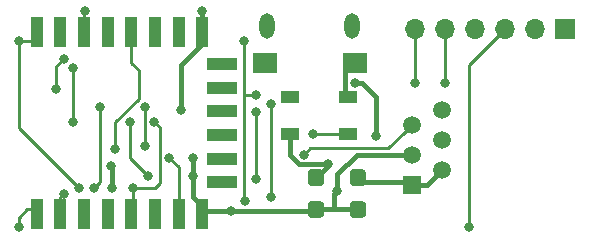
<source format=gbr>
%TF.GenerationSoftware,KiCad,Pcbnew,(5.1.9-0-10_14)*%
%TF.CreationDate,2021-03-01T21:27:09+01:00*%
%TF.ProjectId,P1_wifi,50315f77-6966-4692-9e6b-696361645f70,rev?*%
%TF.SameCoordinates,Original*%
%TF.FileFunction,Copper,L2,Bot*%
%TF.FilePolarity,Positive*%
%FSLAX46Y46*%
G04 Gerber Fmt 4.6, Leading zero omitted, Abs format (unit mm)*
G04 Created by KiCad (PCBNEW (5.1.9-0-10_14)) date 2021-03-01 21:27:09*
%MOMM*%
%LPD*%
G01*
G04 APERTURE LIST*
%TA.AperFunction,SMDPad,CuDef*%
%ADD10R,1.500000X1.000000*%
%TD*%
%TA.AperFunction,SMDPad,CuDef*%
%ADD11R,1.100000X2.500000*%
%TD*%
%TA.AperFunction,SMDPad,CuDef*%
%ADD12R,2.500000X1.100000*%
%TD*%
%TA.AperFunction,ComponentPad*%
%ADD13O,1.700000X1.700000*%
%TD*%
%TA.AperFunction,ComponentPad*%
%ADD14R,1.700000X1.700000*%
%TD*%
%TA.AperFunction,ComponentPad*%
%ADD15O,1.300000X2.150000*%
%TD*%
%TA.AperFunction,ComponentPad*%
%ADD16R,2.000000X1.800000*%
%TD*%
%TA.AperFunction,ComponentPad*%
%ADD17R,1.520000X1.520000*%
%TD*%
%TA.AperFunction,ComponentPad*%
%ADD18C,1.520000*%
%TD*%
%TA.AperFunction,ViaPad*%
%ADD19C,0.812800*%
%TD*%
%TA.AperFunction,Conductor*%
%ADD20C,0.406400*%
%TD*%
%TA.AperFunction,Conductor*%
%ADD21C,0.254000*%
%TD*%
G04 APERTURE END LIST*
D10*
%TO.P,D1,1*%
%TO.N,+3V3*%
X30316000Y9068000D03*
%TO.P,D1,2*%
%TO.N,Net-(D1-Pad2)*%
X30316000Y12268000D03*
%TO.P,D1,4*%
%TO.N,LED_DIN*%
X35216000Y9068000D03*
%TO.P,D1,3*%
%TO.N,GND*%
X35216000Y12268000D03*
%TD*%
D11*
%TO.P,U1,1*%
%TO.N,RST*%
X8890000Y17718000D03*
%TO.P,U1,2*%
%TO.N,Net-(U1-Pad2)*%
X10890000Y17718000D03*
%TO.P,U1,3*%
%TO.N,Net-(R3-Pad1)*%
X12890000Y17718000D03*
%TO.P,U1,4*%
%TO.N,Net-(U1-Pad4)*%
X14890000Y17718000D03*
%TO.P,U1,5*%
%TO.N,LED_DIN*%
X16890000Y17718000D03*
%TO.P,U1,6*%
%TO.N,Net-(U1-Pad6)*%
X18890000Y17718000D03*
%TO.P,U1,7*%
%TO.N,Net-(U1-Pad7)*%
X20890000Y17718000D03*
%TO.P,U1,8*%
%TO.N,+3V3*%
X22890000Y17718000D03*
%TO.P,U1,9*%
%TO.N,GND*%
X22890000Y2318000D03*
%TO.P,U1,10*%
%TO.N,Net-(R8-Pad2)*%
X20890000Y2318000D03*
%TO.P,U1,11*%
%TO.N,Net-(U1-Pad11)*%
X18890000Y2318000D03*
%TO.P,U1,12*%
%TO.N,GPIO0*%
X16890000Y2318000D03*
%TO.P,U1,13*%
%TO.N,Net-(U1-Pad13)*%
X14890000Y2318000D03*
%TO.P,U1,14*%
%TO.N,Net-(U1-Pad14)*%
X12890000Y2318000D03*
%TO.P,U1,15*%
%TO.N,RX*%
X10890000Y2318000D03*
%TO.P,U1,16*%
%TO.N,TX*%
X8890000Y2318000D03*
D12*
%TO.P,U1,17*%
%TO.N,Net-(U1-Pad17)*%
X24590000Y15028000D03*
%TO.P,U1,18*%
%TO.N,Net-(U1-Pad18)*%
X24590000Y13028000D03*
%TO.P,U1,19*%
%TO.N,Net-(U1-Pad19)*%
X24590000Y11028000D03*
%TO.P,U1,20*%
%TO.N,Net-(U1-Pad20)*%
X24590000Y9028000D03*
%TO.P,U1,21*%
%TO.N,Net-(U1-Pad21)*%
X24590000Y7028000D03*
%TO.P,U1,22*%
%TO.N,Net-(U1-Pad22)*%
X24590000Y5028000D03*
%TD*%
D13*
%TO.P,J3,6*%
%TO.N,RTS*%
X40894000Y18034000D03*
%TO.P,J3,5*%
%TO.N,DTR*%
X43434000Y18034000D03*
%TO.P,J3,4*%
%TO.N,RX*%
X45974000Y18034000D03*
%TO.P,J3,3*%
%TO.N,TX*%
X48514000Y18034000D03*
%TO.P,J3,2*%
%TO.N,GND*%
X51054000Y18034000D03*
D14*
%TO.P,J3,1*%
%TO.N,+3V3*%
X53594000Y18034000D03*
%TD*%
D15*
%TO.P,J2,SH*%
%TO.N,GND*%
X28404000Y18288000D03*
D16*
X28204000Y15128000D03*
D15*
X35604000Y18288000D03*
D16*
X35804000Y15128000D03*
%TD*%
D17*
%TO.P,J1,1*%
%TO.N,+5V*%
X40640000Y4826000D03*
D18*
%TO.P,J1,2*%
X43180000Y6096000D03*
%TO.P,J1,3*%
%TO.N,GND*%
X40640000Y7366000D03*
%TO.P,J1,4*%
%TO.N,Net-(J1-Pad4)*%
X43180000Y8636000D03*
%TO.P,J1,5*%
%TO.N,DATA*%
X40640000Y9906000D03*
%TO.P,J1,6*%
%TO.N,GND*%
X43180000Y11176000D03*
%TD*%
%TO.P,10uF2,2*%
%TO.N,GND*%
%TA.AperFunction,SMDPad,CuDef*%
G36*
G01*
X32086999Y3414000D02*
X32937001Y3414000D01*
G75*
G02*
X33187000Y3164001I0J-249999D01*
G01*
X33187000Y2263999D01*
G75*
G02*
X32937001Y2014000I-249999J0D01*
G01*
X32086999Y2014000D01*
G75*
G02*
X31837000Y2263999I0J249999D01*
G01*
X31837000Y3164001D01*
G75*
G02*
X32086999Y3414000I249999J0D01*
G01*
G37*
%TD.AperFunction*%
%TO.P,10uF2,1*%
%TO.N,+3V3*%
%TA.AperFunction,SMDPad,CuDef*%
G36*
G01*
X32086999Y6114000D02*
X32937001Y6114000D01*
G75*
G02*
X33187000Y5864001I0J-249999D01*
G01*
X33187000Y4963999D01*
G75*
G02*
X32937001Y4714000I-249999J0D01*
G01*
X32086999Y4714000D01*
G75*
G02*
X31837000Y4963999I0J249999D01*
G01*
X31837000Y5864001D01*
G75*
G02*
X32086999Y6114000I249999J0D01*
G01*
G37*
%TD.AperFunction*%
%TD*%
%TO.P,10uF1,2*%
%TO.N,GND*%
%TA.AperFunction,SMDPad,CuDef*%
G36*
G01*
X35642999Y3414000D02*
X36493001Y3414000D01*
G75*
G02*
X36743000Y3164001I0J-249999D01*
G01*
X36743000Y2263999D01*
G75*
G02*
X36493001Y2014000I-249999J0D01*
G01*
X35642999Y2014000D01*
G75*
G02*
X35393000Y2263999I0J249999D01*
G01*
X35393000Y3164001D01*
G75*
G02*
X35642999Y3414000I249999J0D01*
G01*
G37*
%TD.AperFunction*%
%TO.P,10uF1,1*%
%TO.N,+5V*%
%TA.AperFunction,SMDPad,CuDef*%
G36*
G01*
X35642999Y6114000D02*
X36493001Y6114000D01*
G75*
G02*
X36743000Y5864001I0J-249999D01*
G01*
X36743000Y4963999D01*
G75*
G02*
X36493001Y4714000I-249999J0D01*
G01*
X35642999Y4714000D01*
G75*
G02*
X35393000Y4963999I0J249999D01*
G01*
X35393000Y5864001D01*
G75*
G02*
X35642999Y6114000I249999J0D01*
G01*
G37*
%TD.AperFunction*%
%TD*%
D19*
%TO.N,GND*%
X34340822Y4318000D03*
X15240000Y4572000D03*
X15165599Y6375400D03*
X25340644Y2599356D03*
X22098000Y7111998D03*
X22098000Y5588000D03*
%TO.N,+5V*%
X35814000Y13462000D03*
X37606001Y8904001D03*
%TO.N,+3V3*%
X21081997Y11176003D03*
X33527986Y6604000D03*
X22860000Y19558000D03*
%TO.N,DATA*%
X18034000Y11430000D03*
X31496000Y7366000D03*
X18034000Y8128000D03*
%TO.N,RTS*%
X14224000Y11430000D03*
X40894000Y13462000D03*
X28702000Y11684006D03*
X28701998Y3810000D03*
X13715978Y4572000D03*
%TO.N,DTR*%
X16764000Y10160000D03*
X27432000Y5334000D03*
X43433992Y13462000D03*
X27432000Y10972810D03*
X18288002Y5588002D03*
%TO.N,RX*%
X26416000Y17018000D03*
X11176006Y4064000D03*
X27432000Y12446000D03*
X26505068Y3412157D03*
%TO.N,TX*%
X45466000Y1270000D03*
X7366000Y1270000D03*
%TO.N,Net-(Q2-Pad1)*%
X10528508Y12951559D03*
X11176000Y15494000D03*
%TO.N,RST*%
X12446000Y4572000D03*
X7366000Y17018000D03*
%TO.N,Net-(Q3-Pad1)*%
X11938000Y10160000D03*
X11938000Y14732000D03*
%TO.N,GPIO0*%
X18796000Y10160000D03*
X17018000Y4572000D03*
%TO.N,Net-(R3-Pad1)*%
X12953995Y19558001D03*
%TO.N,Net-(R8-Pad2)*%
X20091557Y7112167D03*
%TO.N,LED_DIN*%
X32258000Y9144000D03*
X15494000Y7874000D03*
%TD*%
D20*
%TO.N,GND*%
X36068000Y2714000D02*
X34036000Y2714000D01*
X32512000Y2714000D02*
X34036000Y2714000D01*
X34340822Y5705858D02*
X34340822Y4318000D01*
X34036000Y2714000D02*
X34036000Y4013178D01*
X36000964Y7366000D02*
X34340822Y5705858D01*
X34036000Y4013178D02*
X34340822Y4318000D01*
X40640000Y7366000D02*
X36000964Y7366000D01*
X35001199Y14525199D02*
X35604000Y15128000D01*
X35001199Y12482801D02*
X35001199Y14525199D01*
X35216000Y12268000D02*
X35001199Y12482801D01*
X15240000Y6300999D02*
X15165599Y6375400D01*
X15240000Y4572000D02*
X15240000Y6300999D01*
X32512000Y2714000D02*
X32397356Y2599356D01*
X32397356Y2599356D02*
X25340644Y2599356D01*
X22098000Y3810000D02*
X22098000Y5588000D01*
X22098000Y7111998D02*
X22098000Y5588000D01*
X25340644Y2599356D02*
X23308644Y2599356D01*
X23308644Y2599356D02*
X22098000Y3810000D01*
%TO.N,+5V*%
X36402000Y5080000D02*
X36068000Y5414000D01*
X40386000Y5080000D02*
X36402000Y5080000D01*
X40640000Y4826000D02*
X40386000Y5080000D01*
X41910000Y4826000D02*
X43180000Y6096000D01*
X40640000Y4826000D02*
X41910000Y4826000D01*
X37606001Y12244735D02*
X37606001Y8904001D01*
X35814000Y13462000D02*
X36388736Y13462000D01*
X36388736Y13462000D02*
X37606001Y12244735D01*
%TO.N,+3V3*%
X22890000Y16764000D02*
X22860000Y16794000D01*
X22860000Y16794000D02*
X22860000Y19558000D01*
X21081997Y14955997D02*
X21081997Y11750739D01*
X22890000Y16764000D02*
X21081997Y14955997D01*
X21081997Y11750739D02*
X21081997Y11176003D01*
X32512000Y5414000D02*
X33527986Y6429986D01*
X33527986Y6429986D02*
X33527986Y6604000D01*
X33477185Y6553199D02*
X33527986Y6604000D01*
X31105855Y6553199D02*
X33477185Y6553199D01*
X30316000Y7343054D02*
X31105855Y6553199D01*
X30316000Y9068000D02*
X30316000Y7343054D01*
X22860000Y19558000D02*
X22860000Y19558000D01*
D21*
%TO.N,DATA*%
X39878000Y9144000D02*
X40640000Y9906000D01*
X38633410Y7899410D02*
X40640000Y9906000D01*
X32029410Y7899410D02*
X38633410Y7899410D01*
X31496000Y7366000D02*
X32029410Y7899410D01*
X18034000Y11430000D02*
X18034000Y8128000D01*
%TO.N,RTS*%
X40894000Y18034000D02*
X40894000Y13462000D01*
X28702000Y11684006D02*
X28702000Y3810002D01*
X28702000Y3810002D02*
X28701998Y3810000D01*
X14224000Y11430000D02*
X14224000Y5080022D01*
X14224000Y5080022D02*
X13715978Y4572000D01*
%TO.N,DTR*%
X43434000Y18034000D02*
X43434000Y13462008D01*
X43434000Y13462008D02*
X43433992Y13462000D01*
X27432000Y5334000D02*
X27432000Y10972810D01*
X16764000Y7112004D02*
X18288002Y5588002D01*
X16764000Y10160000D02*
X16764000Y7112004D01*
%TO.N,RX*%
X10890000Y2764000D02*
X10890000Y3777994D01*
X10890000Y3777994D02*
X11176006Y4064000D01*
X27432000Y12446000D02*
X26416000Y12446000D01*
X26416000Y12446000D02*
X26416000Y17018000D01*
X26416000Y12446000D02*
X26416000Y3501225D01*
X26416000Y3501225D02*
X26505068Y3412157D01*
%TO.N,TX*%
X45466000Y14986000D02*
X45466000Y1270000D01*
X48514000Y18034000D02*
X45466000Y14986000D01*
X7366000Y1270000D02*
X7366000Y2032000D01*
X8098000Y2764000D02*
X8890000Y2764000D01*
X7366000Y2032000D02*
X8098000Y2764000D01*
%TO.N,Net-(Q2-Pad1)*%
X10528508Y14846508D02*
X11176000Y15494000D01*
X10528508Y12951559D02*
X10528508Y14846508D01*
%TO.N,RST*%
X7366000Y9652000D02*
X7366000Y17018000D01*
X8890000Y17018000D02*
X7366000Y17018000D01*
X12446000Y4572000D02*
X7366000Y9652000D01*
%TO.N,Net-(Q3-Pad1)*%
X11938000Y10160000D02*
X11938000Y14732000D01*
%TO.N,GPIO0*%
X17018000Y3146000D02*
X16890000Y3018000D01*
X17018000Y4572000D02*
X17018000Y3146000D01*
X19278602Y9677398D02*
X19278602Y4980430D01*
X18870172Y4572000D02*
X17018000Y4572000D01*
X19278602Y4980430D02*
X18870172Y4572000D01*
X18796000Y10160000D02*
X19278602Y9677398D01*
%TO.N,Net-(R3-Pad1)*%
X12890000Y19494006D02*
X12953995Y19558001D01*
X12890000Y16764000D02*
X12890000Y19494006D01*
%TO.N,Net-(R8-Pad2)*%
X20890000Y2764000D02*
X20890000Y6313724D01*
X20890000Y6313724D02*
X20091557Y7112167D01*
%TO.N,LED_DIN*%
X35216000Y9068000D02*
X34620000Y9068000D01*
X32334000Y9068000D02*
X32258000Y9144000D01*
X35216000Y9068000D02*
X32334000Y9068000D01*
X17500601Y12092431D02*
X17500601Y14503399D01*
X15494000Y10085830D02*
X17500601Y12092431D01*
X15494000Y7874000D02*
X15494000Y10085830D01*
X16890000Y15114000D02*
X16890000Y17018000D01*
X17500601Y14503399D02*
X16890000Y15114000D01*
%TD*%
M02*

</source>
